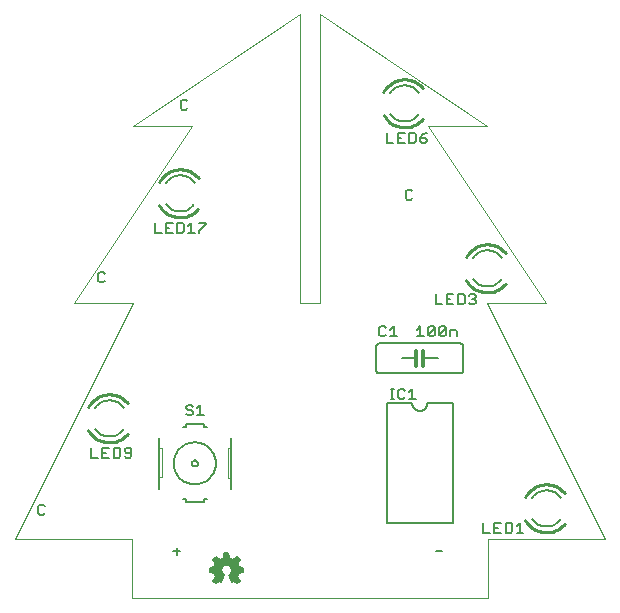
<source format=gto>
G75*
G70*
%OFA0B0*%
%FSLAX24Y24*%
%IPPOS*%
%LPD*%
%AMOC8*
5,1,8,0,0,1.08239X$1,22.5*
%
%ADD10C,0.0000*%
%ADD11C,0.0060*%
%ADD12C,0.0100*%
%ADD13C,0.0020*%
%ADD14C,0.0120*%
D10*
X000665Y002634D02*
X004602Y010508D01*
X002634Y010508D01*
X006571Y016413D01*
X004602Y016413D01*
X010173Y020144D01*
X010173Y010508D01*
X010842Y010508D01*
X010842Y020144D01*
X016413Y016413D01*
X014445Y016413D01*
X018382Y010508D01*
X016413Y010508D01*
X020350Y002634D01*
X016445Y002634D01*
X016445Y000665D01*
X004571Y000665D01*
X004571Y002634D01*
X000665Y002634D01*
D11*
X001502Y003445D02*
X001615Y003445D01*
X001672Y003502D01*
X001502Y003445D02*
X001445Y003502D01*
X001445Y003729D01*
X001502Y003785D01*
X001615Y003785D01*
X001672Y003729D01*
X003220Y005345D02*
X003447Y005345D01*
X003588Y005345D02*
X003588Y005685D01*
X003815Y005685D01*
X003956Y005685D02*
X004127Y005685D01*
X004183Y005629D01*
X004183Y005402D01*
X004127Y005345D01*
X003956Y005345D01*
X003956Y005685D01*
X003702Y005515D02*
X003588Y005515D01*
X003588Y005345D02*
X003815Y005345D01*
X004325Y005402D02*
X004381Y005345D01*
X004495Y005345D01*
X004552Y005402D01*
X004552Y005629D01*
X004495Y005685D01*
X004381Y005685D01*
X004325Y005629D01*
X004325Y005572D01*
X004381Y005515D01*
X004552Y005515D01*
X005465Y005665D02*
X005465Y004715D01*
X005465Y004315D01*
X006265Y003965D02*
X006365Y003965D01*
X006365Y003865D01*
X006965Y003865D01*
X006965Y003965D01*
X007065Y003965D01*
X007865Y004315D02*
X007865Y004665D01*
X007865Y005665D01*
X007865Y006015D01*
X007065Y006365D02*
X006965Y006365D01*
X006965Y006465D01*
X006365Y006465D01*
X006365Y006365D01*
X006265Y006365D01*
X006427Y006770D02*
X006370Y006827D01*
X006427Y006770D02*
X006540Y006770D01*
X006597Y006827D01*
X006597Y006884D01*
X006540Y006940D01*
X006427Y006940D01*
X006370Y006997D01*
X006370Y007054D01*
X006427Y007110D01*
X006540Y007110D01*
X006597Y007054D01*
X006739Y006997D02*
X006852Y007110D01*
X006852Y006770D01*
X006739Y006770D02*
X006965Y006770D01*
X005465Y006015D02*
X005465Y005665D01*
X006565Y005165D02*
X006567Y005185D01*
X006573Y005203D01*
X006582Y005221D01*
X006594Y005236D01*
X006609Y005248D01*
X006627Y005257D01*
X006645Y005263D01*
X006665Y005265D01*
X006685Y005263D01*
X006703Y005257D01*
X006721Y005248D01*
X006736Y005236D01*
X006748Y005221D01*
X006757Y005203D01*
X006763Y005185D01*
X006765Y005165D01*
X006763Y005145D01*
X006757Y005127D01*
X006748Y005109D01*
X006736Y005094D01*
X006721Y005082D01*
X006703Y005073D01*
X006685Y005067D01*
X006665Y005065D01*
X006645Y005067D01*
X006627Y005073D01*
X006609Y005082D01*
X006594Y005094D01*
X006582Y005109D01*
X006573Y005127D01*
X006567Y005145D01*
X006565Y005165D01*
X005965Y005165D02*
X005967Y005217D01*
X005973Y005269D01*
X005983Y005321D01*
X005996Y005371D01*
X006013Y005421D01*
X006034Y005469D01*
X006059Y005515D01*
X006087Y005559D01*
X006118Y005601D01*
X006152Y005641D01*
X006189Y005678D01*
X006229Y005712D01*
X006271Y005743D01*
X006315Y005771D01*
X006361Y005796D01*
X006409Y005817D01*
X006459Y005834D01*
X006509Y005847D01*
X006561Y005857D01*
X006613Y005863D01*
X006665Y005865D01*
X006717Y005863D01*
X006769Y005857D01*
X006821Y005847D01*
X006871Y005834D01*
X006921Y005817D01*
X006969Y005796D01*
X007015Y005771D01*
X007059Y005743D01*
X007101Y005712D01*
X007141Y005678D01*
X007178Y005641D01*
X007212Y005601D01*
X007243Y005559D01*
X007271Y005515D01*
X007296Y005469D01*
X007317Y005421D01*
X007334Y005371D01*
X007347Y005321D01*
X007357Y005269D01*
X007363Y005217D01*
X007365Y005165D01*
X007363Y005113D01*
X007357Y005061D01*
X007347Y005009D01*
X007334Y004959D01*
X007317Y004909D01*
X007296Y004861D01*
X007271Y004815D01*
X007243Y004771D01*
X007212Y004729D01*
X007178Y004689D01*
X007141Y004652D01*
X007101Y004618D01*
X007059Y004587D01*
X007015Y004559D01*
X006969Y004534D01*
X006921Y004513D01*
X006871Y004496D01*
X006821Y004483D01*
X006769Y004473D01*
X006717Y004467D01*
X006665Y004465D01*
X006613Y004467D01*
X006561Y004473D01*
X006509Y004483D01*
X006459Y004496D01*
X006409Y004513D01*
X006361Y004534D01*
X006315Y004559D01*
X006271Y004587D01*
X006229Y004618D01*
X006189Y004652D01*
X006152Y004689D01*
X006118Y004729D01*
X006087Y004771D01*
X006059Y004815D01*
X006034Y004861D01*
X006013Y004909D01*
X005996Y004959D01*
X005983Y005009D01*
X005973Y005061D01*
X005967Y005113D01*
X005965Y005165D01*
X003815Y006065D02*
X003770Y006067D01*
X003724Y006072D01*
X003680Y006080D01*
X003636Y006092D01*
X003593Y006108D01*
X003551Y006126D01*
X003511Y006148D01*
X003473Y006172D01*
X003437Y006199D01*
X003402Y006229D01*
X003371Y006262D01*
X003341Y006297D01*
X003815Y006065D02*
X003860Y006067D01*
X003906Y006072D01*
X003950Y006080D01*
X003994Y006092D01*
X004037Y006108D01*
X004079Y006126D01*
X004119Y006148D01*
X004157Y006172D01*
X004193Y006199D01*
X004228Y006229D01*
X004259Y006262D01*
X004289Y006297D01*
X003815Y007265D02*
X003769Y007263D01*
X003723Y007258D01*
X003677Y007249D01*
X003632Y007237D01*
X003589Y007221D01*
X003547Y007202D01*
X003506Y007179D01*
X003467Y007154D01*
X003431Y007126D01*
X003396Y007095D01*
X003364Y007061D01*
X003335Y007025D01*
X003815Y007265D02*
X003862Y007263D01*
X003910Y007257D01*
X003956Y007248D01*
X004002Y007235D01*
X004046Y007219D01*
X004090Y007199D01*
X004131Y007175D01*
X004170Y007149D01*
X004207Y007119D01*
X004242Y007086D01*
X004274Y007051D01*
X004303Y007014D01*
X003220Y005685D02*
X003220Y005345D01*
X006059Y002354D02*
X006059Y002127D01*
X006172Y002240D02*
X005945Y002240D01*
X007165Y001675D02*
X007165Y001545D01*
X007315Y001515D01*
X007365Y001385D01*
X007285Y001255D01*
X007375Y001165D01*
X007495Y001245D01*
X007545Y001215D01*
X007645Y001445D01*
X007615Y001415D02*
X007565Y001465D01*
X007515Y001615D01*
X007565Y001765D01*
X007715Y001815D01*
X007865Y001765D01*
X007965Y001615D01*
X007865Y001415D01*
X007915Y001265D01*
X007965Y001265D01*
X008065Y001215D01*
X008115Y001265D01*
X008065Y001365D01*
X008065Y001515D01*
X008215Y001565D01*
X008265Y001665D01*
X008115Y001665D01*
X008065Y001815D01*
X008115Y001965D01*
X008065Y002015D01*
X007965Y001915D01*
X007815Y001965D01*
X007765Y002115D01*
X007665Y002115D01*
X007665Y002015D01*
X007515Y001915D01*
X007365Y002015D01*
X007315Y001965D01*
X007415Y001815D01*
X007365Y001665D01*
X007215Y001665D01*
X007215Y001565D01*
X007315Y001565D01*
X007415Y001415D01*
X007315Y001265D01*
X007365Y001215D01*
X007515Y001265D01*
X007615Y001415D01*
X007604Y001426D02*
X007408Y001426D01*
X007384Y001368D02*
X007584Y001368D01*
X007545Y001309D02*
X007344Y001309D01*
X007330Y001251D02*
X007471Y001251D01*
X007559Y001485D02*
X007369Y001485D01*
X007330Y001543D02*
X007539Y001543D01*
X007520Y001602D02*
X007215Y001602D01*
X007215Y001660D02*
X007530Y001660D01*
X007550Y001719D02*
X007383Y001719D01*
X007403Y001778D02*
X007602Y001778D01*
X007572Y001953D02*
X007851Y001953D01*
X007815Y002005D02*
X007935Y001955D01*
X008075Y002045D01*
X008165Y001955D01*
X008075Y001825D01*
X008125Y001705D01*
X008275Y001675D01*
X008275Y001545D01*
X008135Y001515D01*
X008075Y001385D01*
X008165Y001255D01*
X008075Y001165D01*
X007955Y001245D01*
X007895Y001215D01*
X007805Y001445D01*
X007871Y001426D02*
X008065Y001426D01*
X008065Y001368D02*
X007881Y001368D01*
X007901Y001309D02*
X008093Y001309D01*
X008101Y001251D02*
X007994Y001251D01*
X008065Y001485D02*
X007900Y001485D01*
X007929Y001543D02*
X008150Y001543D01*
X008234Y001602D02*
X007959Y001602D01*
X007935Y001660D02*
X008263Y001660D01*
X008097Y001719D02*
X007896Y001719D01*
X007828Y001778D02*
X008078Y001778D01*
X008072Y001836D02*
X007401Y001836D01*
X007375Y001825D02*
X007285Y001955D01*
X007375Y002045D01*
X007505Y001955D01*
X007625Y002005D01*
X007655Y002165D01*
X007785Y002165D01*
X007815Y002005D01*
X007800Y002012D02*
X007660Y002012D01*
X007665Y002070D02*
X007780Y002070D01*
X008003Y001953D02*
X008111Y001953D01*
X008092Y001895D02*
X007362Y001895D01*
X007323Y001953D02*
X007458Y001953D01*
X007370Y002012D02*
X007362Y002012D01*
X007375Y001825D02*
X007315Y001695D01*
X007165Y001675D01*
X007645Y001445D02*
X007623Y001458D01*
X007603Y001474D01*
X007585Y001493D01*
X007570Y001515D01*
X007559Y001538D01*
X007551Y001563D01*
X007547Y001588D01*
X007546Y001614D01*
X007549Y001640D01*
X007556Y001665D01*
X007567Y001688D01*
X007580Y001710D01*
X007597Y001730D01*
X007616Y001747D01*
X007638Y001762D01*
X007662Y001772D01*
X007686Y001780D01*
X007712Y001784D01*
X007738Y001784D01*
X007764Y001780D01*
X007788Y001772D01*
X007812Y001762D01*
X007834Y001747D01*
X007853Y001730D01*
X007870Y001710D01*
X007883Y001688D01*
X007894Y001665D01*
X007901Y001640D01*
X007904Y001614D01*
X007903Y001588D01*
X007899Y001563D01*
X007891Y001538D01*
X007880Y001515D01*
X007865Y001493D01*
X007847Y001474D01*
X007827Y001458D01*
X007805Y001445D01*
X008062Y002012D02*
X008069Y002012D01*
X013065Y003165D02*
X015265Y003165D01*
X015265Y007165D01*
X014415Y007165D01*
X014413Y007135D01*
X014408Y007105D01*
X014399Y007076D01*
X014386Y007049D01*
X014371Y007023D01*
X014352Y006999D01*
X014331Y006978D01*
X014307Y006959D01*
X014281Y006944D01*
X014254Y006931D01*
X014225Y006922D01*
X014195Y006917D01*
X014165Y006915D01*
X014135Y006917D01*
X014105Y006922D01*
X014076Y006931D01*
X014049Y006944D01*
X014023Y006959D01*
X013999Y006978D01*
X013978Y006999D01*
X013959Y007023D01*
X013944Y007049D01*
X013931Y007076D01*
X013922Y007105D01*
X013917Y007135D01*
X013915Y007165D01*
X013065Y007165D01*
X013065Y003165D01*
X014695Y002240D02*
X014922Y002240D01*
X016287Y002845D02*
X016514Y002845D01*
X016655Y002845D02*
X016882Y002845D01*
X017023Y002845D02*
X017193Y002845D01*
X017250Y002902D01*
X017250Y003129D01*
X017193Y003185D01*
X017023Y003185D01*
X017023Y002845D01*
X016768Y003015D02*
X016655Y003015D01*
X016655Y003185D02*
X016655Y002845D01*
X016287Y002845D02*
X016287Y003185D01*
X016655Y003185D02*
X016882Y003185D01*
X017392Y003072D02*
X017505Y003185D01*
X017505Y002845D01*
X017392Y002845D02*
X017619Y002845D01*
X017908Y003297D02*
X017938Y003262D01*
X017969Y003229D01*
X018004Y003199D01*
X018040Y003172D01*
X018078Y003148D01*
X018118Y003126D01*
X018160Y003108D01*
X018203Y003092D01*
X018247Y003080D01*
X018291Y003072D01*
X018337Y003067D01*
X018382Y003065D01*
X018427Y003067D01*
X018473Y003072D01*
X018517Y003080D01*
X018561Y003092D01*
X018604Y003108D01*
X018646Y003126D01*
X018686Y003148D01*
X018724Y003172D01*
X018760Y003199D01*
X018795Y003229D01*
X018826Y003262D01*
X018856Y003297D01*
X018382Y004265D02*
X018336Y004263D01*
X018290Y004258D01*
X018244Y004249D01*
X018199Y004237D01*
X018156Y004221D01*
X018114Y004202D01*
X018073Y004179D01*
X018034Y004154D01*
X017998Y004126D01*
X017963Y004095D01*
X017931Y004061D01*
X017902Y004025D01*
X018382Y004265D02*
X018429Y004263D01*
X018477Y004257D01*
X018523Y004248D01*
X018569Y004235D01*
X018613Y004219D01*
X018657Y004199D01*
X018698Y004175D01*
X018737Y004149D01*
X018774Y004119D01*
X018809Y004086D01*
X018841Y004051D01*
X018870Y004014D01*
X015515Y008165D02*
X012815Y008165D01*
X012798Y008167D01*
X012781Y008171D01*
X012765Y008178D01*
X012751Y008188D01*
X012738Y008201D01*
X012728Y008215D01*
X012721Y008231D01*
X012717Y008248D01*
X012715Y008265D01*
X012715Y009065D01*
X012717Y009082D01*
X012721Y009099D01*
X012728Y009115D01*
X012738Y009129D01*
X012751Y009142D01*
X012765Y009152D01*
X012781Y009159D01*
X012798Y009163D01*
X012815Y009165D01*
X015515Y009165D01*
X015532Y009163D01*
X015549Y009159D01*
X015565Y009152D01*
X015579Y009142D01*
X015592Y009129D01*
X015602Y009115D01*
X015609Y009099D01*
X015613Y009082D01*
X015615Y009065D01*
X015615Y008265D01*
X015613Y008248D01*
X015609Y008231D01*
X015602Y008215D01*
X015592Y008201D01*
X015579Y008188D01*
X015565Y008178D01*
X015549Y008171D01*
X015532Y008167D01*
X015515Y008165D01*
X014765Y008665D02*
X014285Y008665D01*
X014035Y008665D02*
X013565Y008665D01*
X013404Y009395D02*
X013177Y009395D01*
X013290Y009395D02*
X013290Y009735D01*
X013177Y009622D01*
X013035Y009679D02*
X012979Y009735D01*
X012865Y009735D01*
X012809Y009679D01*
X012809Y009452D01*
X012865Y009395D01*
X012979Y009395D01*
X013035Y009452D01*
X014072Y009395D02*
X014299Y009395D01*
X014185Y009395D02*
X014185Y009735D01*
X014072Y009622D01*
X014440Y009679D02*
X014440Y009452D01*
X014667Y009679D01*
X014667Y009452D01*
X014610Y009395D01*
X014497Y009395D01*
X014440Y009452D01*
X014440Y009679D02*
X014497Y009735D01*
X014610Y009735D01*
X014667Y009679D01*
X014809Y009679D02*
X014809Y009452D01*
X015035Y009679D01*
X015035Y009452D01*
X014979Y009395D01*
X014865Y009395D01*
X014809Y009452D01*
X014809Y009679D02*
X014865Y009735D01*
X014979Y009735D01*
X015035Y009679D01*
X015177Y009622D02*
X015347Y009622D01*
X015404Y009565D01*
X015404Y009395D01*
X015177Y009395D02*
X015177Y009622D01*
X015062Y010470D02*
X015288Y010470D01*
X015430Y010470D02*
X015600Y010470D01*
X015657Y010527D01*
X015657Y010754D01*
X015600Y010810D01*
X015430Y010810D01*
X015430Y010470D01*
X015798Y010527D02*
X015855Y010470D01*
X015968Y010470D01*
X016025Y010527D01*
X016025Y010584D01*
X015968Y010640D01*
X015912Y010640D01*
X015968Y010640D02*
X016025Y010697D01*
X016025Y010754D01*
X015968Y010810D01*
X015855Y010810D01*
X015798Y010754D01*
X015288Y010810D02*
X015062Y010810D01*
X015062Y010470D01*
X014920Y010470D02*
X014693Y010470D01*
X014693Y010810D01*
X015062Y010640D02*
X015175Y010640D01*
X015939Y011297D02*
X015969Y011262D01*
X016000Y011229D01*
X016035Y011199D01*
X016071Y011172D01*
X016109Y011148D01*
X016149Y011126D01*
X016191Y011108D01*
X016234Y011092D01*
X016278Y011080D01*
X016322Y011072D01*
X016368Y011067D01*
X016413Y011065D01*
X016458Y011067D01*
X016504Y011072D01*
X016548Y011080D01*
X016592Y011092D01*
X016635Y011108D01*
X016677Y011126D01*
X016717Y011148D01*
X016755Y011172D01*
X016791Y011199D01*
X016826Y011229D01*
X016857Y011262D01*
X016887Y011297D01*
X016413Y012265D02*
X016367Y012263D01*
X016321Y012258D01*
X016275Y012249D01*
X016230Y012237D01*
X016187Y012221D01*
X016145Y012202D01*
X016104Y012179D01*
X016065Y012154D01*
X016029Y012126D01*
X015994Y012095D01*
X015962Y012061D01*
X015933Y012025D01*
X016413Y012265D02*
X016460Y012263D01*
X016508Y012257D01*
X016554Y012248D01*
X016600Y012235D01*
X016644Y012219D01*
X016688Y012199D01*
X016729Y012175D01*
X016768Y012149D01*
X016805Y012119D01*
X016840Y012086D01*
X016872Y012051D01*
X016901Y012014D01*
X013922Y014002D02*
X013865Y013945D01*
X013752Y013945D01*
X013695Y014002D01*
X013695Y014229D01*
X013752Y014285D01*
X013865Y014285D01*
X013922Y014229D01*
X013969Y015845D02*
X013799Y015845D01*
X013799Y016185D01*
X013969Y016185D01*
X014026Y016129D01*
X014026Y015902D01*
X013969Y015845D01*
X014167Y015902D02*
X014224Y015845D01*
X014337Y015845D01*
X014394Y015902D01*
X014394Y015959D01*
X014337Y016015D01*
X014167Y016015D01*
X014167Y015902D01*
X014167Y016015D02*
X014281Y016129D01*
X014394Y016185D01*
X013657Y016185D02*
X013431Y016185D01*
X013431Y015845D01*
X013657Y015845D01*
X013544Y016015D02*
X013431Y016015D01*
X013289Y015845D02*
X013062Y015845D01*
X013062Y016185D01*
X013183Y016797D02*
X013213Y016762D01*
X013244Y016729D01*
X013279Y016699D01*
X013315Y016672D01*
X013353Y016648D01*
X013393Y016626D01*
X013435Y016608D01*
X013478Y016592D01*
X013522Y016580D01*
X013566Y016572D01*
X013612Y016567D01*
X013657Y016565D01*
X013702Y016567D01*
X013748Y016572D01*
X013792Y016580D01*
X013836Y016592D01*
X013879Y016608D01*
X013921Y016626D01*
X013961Y016648D01*
X013999Y016672D01*
X014035Y016699D01*
X014070Y016729D01*
X014101Y016762D01*
X014131Y016797D01*
X013657Y017765D02*
X013611Y017763D01*
X013565Y017758D01*
X013519Y017749D01*
X013474Y017737D01*
X013431Y017721D01*
X013389Y017702D01*
X013348Y017679D01*
X013309Y017654D01*
X013273Y017626D01*
X013238Y017595D01*
X013206Y017561D01*
X013177Y017525D01*
X013657Y017765D02*
X013704Y017763D01*
X013752Y017757D01*
X013798Y017748D01*
X013844Y017735D01*
X013888Y017719D01*
X013932Y017699D01*
X013973Y017675D01*
X014012Y017649D01*
X014049Y017619D01*
X014084Y017586D01*
X014116Y017551D01*
X014145Y017514D01*
X007032Y013185D02*
X007032Y013129D01*
X006805Y012902D01*
X006805Y012845D01*
X006664Y012845D02*
X006437Y012845D01*
X006550Y012845D02*
X006550Y013185D01*
X006437Y013072D01*
X006295Y013129D02*
X006239Y013185D01*
X006069Y013185D01*
X006069Y012845D01*
X006239Y012845D01*
X006295Y012902D01*
X006295Y013129D01*
X005927Y013185D02*
X005700Y013185D01*
X005700Y012845D01*
X005927Y012845D01*
X005814Y013015D02*
X005700Y013015D01*
X005559Y012845D02*
X005332Y012845D01*
X005332Y013185D01*
X005703Y013797D02*
X005733Y013762D01*
X005764Y013729D01*
X005799Y013699D01*
X005835Y013672D01*
X005873Y013648D01*
X005913Y013626D01*
X005955Y013608D01*
X005998Y013592D01*
X006042Y013580D01*
X006086Y013572D01*
X006132Y013567D01*
X006177Y013565D01*
X006222Y013567D01*
X006268Y013572D01*
X006312Y013580D01*
X006356Y013592D01*
X006399Y013608D01*
X006441Y013626D01*
X006481Y013648D01*
X006519Y013672D01*
X006555Y013699D01*
X006590Y013729D01*
X006621Y013762D01*
X006651Y013797D01*
X006177Y014765D02*
X006131Y014763D01*
X006085Y014758D01*
X006039Y014749D01*
X005994Y014737D01*
X005951Y014721D01*
X005909Y014702D01*
X005868Y014679D01*
X005829Y014654D01*
X005793Y014626D01*
X005758Y014595D01*
X005726Y014561D01*
X005697Y014525D01*
X006177Y014765D02*
X006224Y014763D01*
X006272Y014757D01*
X006318Y014748D01*
X006364Y014735D01*
X006408Y014719D01*
X006452Y014699D01*
X006493Y014675D01*
X006532Y014649D01*
X006569Y014619D01*
X006604Y014586D01*
X006636Y014551D01*
X006665Y014514D01*
X006805Y013185D02*
X007032Y013185D01*
X003672Y011479D02*
X003615Y011535D01*
X003502Y011535D01*
X003445Y011479D01*
X003445Y011252D01*
X003502Y011195D01*
X003615Y011195D01*
X003672Y011252D01*
X006252Y016945D02*
X006195Y017002D01*
X006195Y017229D01*
X006252Y017285D01*
X006365Y017285D01*
X006422Y017229D01*
X006422Y017002D02*
X006365Y016945D01*
X006252Y016945D01*
X013195Y007645D02*
X013309Y007645D01*
X013252Y007645D02*
X013252Y007305D01*
X013195Y007305D02*
X013309Y007305D01*
X013441Y007362D02*
X013497Y007305D01*
X013611Y007305D01*
X013668Y007362D01*
X013809Y007305D02*
X014036Y007305D01*
X013922Y007305D02*
X013922Y007645D01*
X013809Y007532D01*
X013668Y007589D02*
X013611Y007645D01*
X013497Y007645D01*
X013441Y007589D01*
X013441Y007362D01*
D12*
X015718Y011268D02*
X015748Y011220D01*
X015781Y011175D01*
X015817Y011132D01*
X015855Y011091D01*
X015897Y011054D01*
X015941Y011019D01*
X015987Y010988D01*
X016036Y010959D01*
X016086Y010935D01*
X016138Y010914D01*
X016192Y010896D01*
X016246Y010883D01*
X016301Y010873D01*
X016357Y010867D01*
X016413Y010865D01*
X016466Y010867D01*
X016520Y010872D01*
X016572Y010881D01*
X016624Y010893D01*
X016675Y010909D01*
X016725Y010928D01*
X016774Y010951D01*
X016821Y010977D01*
X016866Y011005D01*
X016909Y011037D01*
X016949Y011071D01*
X016988Y011109D01*
X017024Y011148D01*
X016413Y012465D02*
X016359Y012463D01*
X016305Y012458D01*
X016252Y012449D01*
X016199Y012436D01*
X016148Y012420D01*
X016098Y012400D01*
X016049Y012377D01*
X016001Y012351D01*
X015956Y012322D01*
X015913Y012289D01*
X015872Y012254D01*
X015833Y012216D01*
X015797Y012176D01*
X015764Y012133D01*
X015734Y012088D01*
X015707Y012041D01*
X016413Y012465D02*
X016467Y012463D01*
X016520Y012458D01*
X016574Y012449D01*
X016626Y012436D01*
X016677Y012420D01*
X016728Y012400D01*
X016777Y012378D01*
X016824Y012352D01*
X016869Y012322D01*
X016912Y012290D01*
X016953Y012255D01*
X016992Y012217D01*
X017028Y012177D01*
X013657Y017965D02*
X013603Y017963D01*
X013549Y017958D01*
X013496Y017949D01*
X013443Y017936D01*
X013392Y017920D01*
X013342Y017900D01*
X013293Y017877D01*
X013245Y017851D01*
X013200Y017822D01*
X013157Y017789D01*
X013116Y017754D01*
X013077Y017716D01*
X013041Y017676D01*
X013008Y017633D01*
X012978Y017588D01*
X012951Y017541D01*
X012962Y016768D02*
X012992Y016720D01*
X013025Y016675D01*
X013061Y016632D01*
X013099Y016591D01*
X013141Y016554D01*
X013185Y016519D01*
X013231Y016488D01*
X013280Y016459D01*
X013330Y016435D01*
X013382Y016414D01*
X013436Y016396D01*
X013490Y016383D01*
X013545Y016373D01*
X013601Y016367D01*
X013657Y016365D01*
X013710Y016367D01*
X013764Y016372D01*
X013816Y016381D01*
X013868Y016393D01*
X013919Y016409D01*
X013969Y016428D01*
X014018Y016451D01*
X014065Y016477D01*
X014110Y016505D01*
X014153Y016537D01*
X014193Y016571D01*
X014232Y016609D01*
X014268Y016648D01*
X014272Y017677D02*
X014236Y017717D01*
X014197Y017755D01*
X014156Y017790D01*
X014113Y017822D01*
X014068Y017852D01*
X014021Y017878D01*
X013972Y017900D01*
X013921Y017920D01*
X013870Y017936D01*
X013818Y017949D01*
X013764Y017958D01*
X013711Y017963D01*
X013657Y017965D01*
X006177Y014965D02*
X006123Y014963D01*
X006069Y014958D01*
X006016Y014949D01*
X005963Y014936D01*
X005912Y014920D01*
X005862Y014900D01*
X005813Y014877D01*
X005765Y014851D01*
X005720Y014822D01*
X005677Y014789D01*
X005636Y014754D01*
X005597Y014716D01*
X005561Y014676D01*
X005528Y014633D01*
X005498Y014588D01*
X005471Y014541D01*
X005482Y013768D02*
X005512Y013720D01*
X005545Y013675D01*
X005581Y013632D01*
X005619Y013591D01*
X005661Y013554D01*
X005705Y013519D01*
X005751Y013488D01*
X005800Y013459D01*
X005850Y013435D01*
X005902Y013414D01*
X005956Y013396D01*
X006010Y013383D01*
X006065Y013373D01*
X006121Y013367D01*
X006177Y013365D01*
X006230Y013367D01*
X006284Y013372D01*
X006336Y013381D01*
X006388Y013393D01*
X006439Y013409D01*
X006489Y013428D01*
X006538Y013451D01*
X006585Y013477D01*
X006630Y013505D01*
X006673Y013537D01*
X006713Y013571D01*
X006752Y013609D01*
X006788Y013648D01*
X006792Y014677D02*
X006756Y014717D01*
X006717Y014755D01*
X006676Y014790D01*
X006633Y014822D01*
X006588Y014852D01*
X006541Y014878D01*
X006492Y014900D01*
X006441Y014920D01*
X006390Y014936D01*
X006338Y014949D01*
X006284Y014958D01*
X006231Y014963D01*
X006177Y014965D01*
X003815Y007465D02*
X003761Y007463D01*
X003707Y007458D01*
X003654Y007449D01*
X003601Y007436D01*
X003550Y007420D01*
X003500Y007400D01*
X003451Y007377D01*
X003403Y007351D01*
X003358Y007322D01*
X003315Y007289D01*
X003274Y007254D01*
X003235Y007216D01*
X003199Y007176D01*
X003166Y007133D01*
X003136Y007088D01*
X003109Y007041D01*
X003120Y006268D02*
X003150Y006220D01*
X003183Y006175D01*
X003219Y006132D01*
X003257Y006091D01*
X003299Y006054D01*
X003343Y006019D01*
X003389Y005988D01*
X003438Y005959D01*
X003488Y005935D01*
X003540Y005914D01*
X003594Y005896D01*
X003648Y005883D01*
X003703Y005873D01*
X003759Y005867D01*
X003815Y005865D01*
X003868Y005867D01*
X003922Y005872D01*
X003974Y005881D01*
X004026Y005893D01*
X004077Y005909D01*
X004127Y005928D01*
X004176Y005951D01*
X004223Y005977D01*
X004268Y006005D01*
X004311Y006037D01*
X004351Y006071D01*
X004390Y006109D01*
X004426Y006148D01*
X004430Y007177D02*
X004394Y007217D01*
X004355Y007255D01*
X004314Y007290D01*
X004271Y007322D01*
X004226Y007352D01*
X004179Y007378D01*
X004130Y007400D01*
X004079Y007420D01*
X004028Y007436D01*
X003976Y007449D01*
X003922Y007458D01*
X003869Y007463D01*
X003815Y007465D01*
X017687Y003268D02*
X017717Y003220D01*
X017750Y003175D01*
X017786Y003132D01*
X017824Y003091D01*
X017866Y003054D01*
X017910Y003019D01*
X017956Y002988D01*
X018005Y002959D01*
X018055Y002935D01*
X018107Y002914D01*
X018161Y002896D01*
X018215Y002883D01*
X018270Y002873D01*
X018326Y002867D01*
X018382Y002865D01*
X018435Y002867D01*
X018489Y002872D01*
X018541Y002881D01*
X018593Y002893D01*
X018644Y002909D01*
X018694Y002928D01*
X018743Y002951D01*
X018790Y002977D01*
X018835Y003005D01*
X018878Y003037D01*
X018918Y003071D01*
X018957Y003109D01*
X018993Y003148D01*
X018382Y004465D02*
X018328Y004463D01*
X018274Y004458D01*
X018221Y004449D01*
X018168Y004436D01*
X018117Y004420D01*
X018067Y004400D01*
X018018Y004377D01*
X017970Y004351D01*
X017925Y004322D01*
X017882Y004289D01*
X017841Y004254D01*
X017802Y004216D01*
X017766Y004176D01*
X017733Y004133D01*
X017703Y004088D01*
X017676Y004041D01*
X018382Y004465D02*
X018436Y004463D01*
X018489Y004458D01*
X018543Y004449D01*
X018595Y004436D01*
X018646Y004420D01*
X018697Y004400D01*
X018746Y004378D01*
X018793Y004352D01*
X018838Y004322D01*
X018881Y004290D01*
X018922Y004255D01*
X018961Y004217D01*
X018997Y004177D01*
D13*
X007865Y004665D02*
X007765Y004665D01*
X007765Y005665D01*
X007865Y005665D01*
X005565Y005665D02*
X005565Y004715D01*
X005465Y004715D01*
X005465Y005665D02*
X005565Y005665D01*
D14*
X014035Y008415D02*
X014035Y008665D01*
X014035Y008915D01*
X014285Y008915D02*
X014285Y008665D01*
X014285Y008415D01*
M02*

</source>
